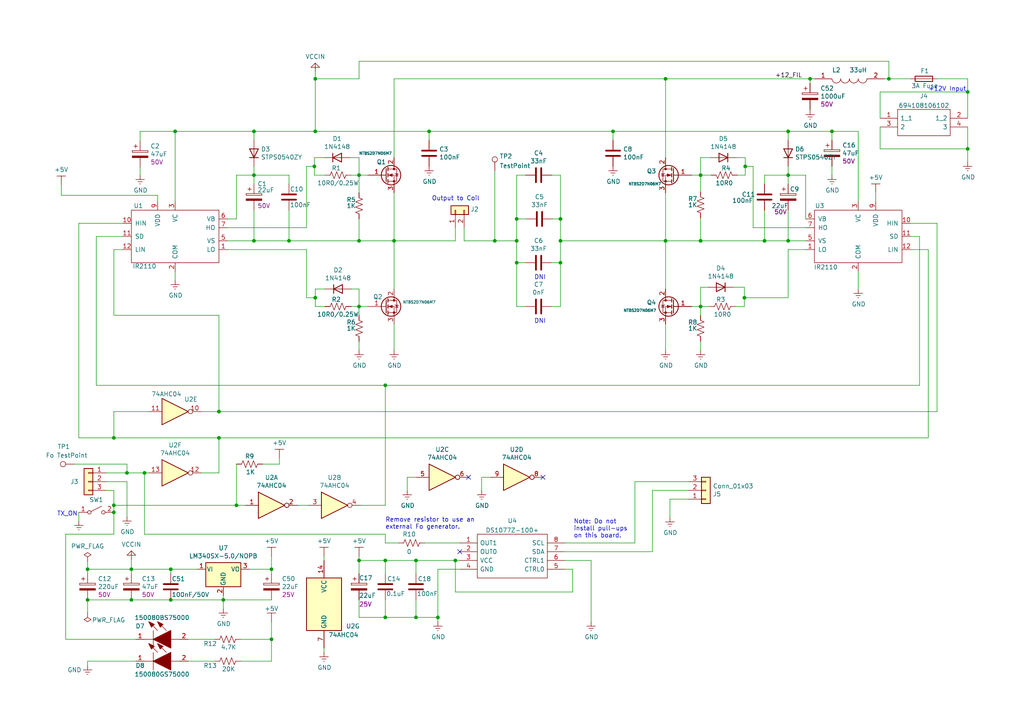
<source format=kicad_sch>
(kicad_sch (version 20211123) (generator eeschema)
  (paper "A4")
  (title_block (title "Onda Tx Board") (date "2022-10-03") (rev "3a") (company "Onda Corporation"))
  (junction (at 111.76 111.76))
  (junction (at 83.82 69.85))
  (junction (at 257.81 22.86))
  (junction (at 49.53 165.1))
  (junction (at 68.58 146.558))
  (junction (at 33.02 127))
  (junction (at 215.9 86.36))
  (junction (at 73.66 69.85))
  (junction (at 124.46 38.1))
  (junction (at 280.67 43.18))
  (junction (at 228.6 50.8))
  (junction (at 149.86 63.5))
  (junction (at 203.2 88.9))
  (junction (at 241.3 38.1))
  (junction (at 91.44 38.1))
  (junction (at 91.44 22.86))
  (junction (at 78.74 185.42))
  (junction (at 162.56 69.85))
  (junction (at 280.67 26.67))
  (junction (at 33.02 148.59))
  (junction (at 41.91 137.16))
  (junction (at 177.8 38.1))
  (junction (at 64.77 173.99))
  (junction (at 132.08 162.56))
  (junction (at 104.14 162.56))
  (junction (at 228.6 69.85))
  (junction (at 50.8 38.1))
  (junction (at 36.83 137.16))
  (junction (at 149.86 76.2))
  (junction (at 38.1 165.1))
  (junction (at 203.2 50.8))
  (junction (at 78.74 165.1))
  (junction (at 114.3 69.85))
  (junction (at 73.66 38.1))
  (junction (at 63.5 119.38))
  (junction (at 193.04 22.86))
  (junction (at 33.02 146.558))
  (junction (at 111.76 179.07))
  (junction (at 193.04 69.85))
  (junction (at 228.6 38.1))
  (junction (at 221.742 69.85))
  (junction (at 111.76 162.56))
  (junction (at 104.14 69.85))
  (junction (at 104.14 50.8))
  (junction (at 203.2 69.85))
  (junction (at 120.65 179.07))
  (junction (at 120.65 162.56))
  (junction (at 38.1 173.99))
  (junction (at 127 179.07))
  (junction (at 25.4 173.99))
  (junction (at 73.66 50.8))
  (junction (at 91.186 48.26))
  (junction (at 25.4 165.1))
  (junction (at 216.154 48.26))
  (junction (at 63.5 127))
  (junction (at 91.44 86.36))
  (junction (at 143.51 69.85))
  (junction (at 162.56 63.5))
  (junction (at 162.56 76.2))
  (junction (at 234.95 22.86))
  (junction (at 49.53 173.99))
  (junction (at 149.86 69.85))
  (junction (at 104.14 88.9))
  (no_connect (at 133.35 160.02))
  (no_connect (at 157.48 138.43))
  (no_connect (at 135.89 138.43))
  (wire (pts (xy 104.14 17.78) (xy 257.81 17.78)))
  (wire (pts (xy 200.66 88.9) (xy 203.2 88.9)))
  (wire (pts (xy 203.2 50.8) (xy 206.248 50.8)))
  (wire (pts (xy 233.68 50.8) (xy 233.68 63.5)))
  (wire (pts (xy 68.58 50.8) (xy 73.66 50.8)))
  (wire (pts (xy 22.86 64.77) (xy 22.86 127)))
  (wire (pts (xy 193.04 22.86) (xy 193.04 45.72)))
  (wire (pts (xy 49.53 165.1) (xy 49.53 166.37)))
  (wire (pts (xy 93.98 161.29) (xy 93.98 162.56)))
  (wire (pts (xy 212.852 83.312) (xy 215.9 83.312)))
  (wire (pts (xy 162.56 69.85) (xy 193.04 69.85)))
  (wire (pts (xy 73.66 38.1) (xy 91.44 38.1)))
  (wire (pts (xy 91.186 48.26) (xy 91.186 50.8)))
  (wire (pts (xy 111.76 157.48) (xy 111.76 154.94)))
  (wire (pts (xy 114.3 22.86) (xy 193.04 22.86)))
  (wire (pts (xy 111.76 146.558) (xy 104.648 146.558)))
  (wire (pts (xy 41.91 137.16) (xy 41.91 154.94)))
  (wire (pts (xy 38.1 166.37) (xy 38.1 165.1)))
  (wire (pts (xy 25.4 173.99) (xy 38.1 173.99)))
  (wire (pts (xy 35.56 64.77) (xy 22.86 64.77)))
  (wire (pts (xy 38.1 173.99) (xy 49.53 173.99)))
  (wire (pts (xy 91.44 86.36) (xy 91.44 88.9)))
  (wire (pts (xy 189.23 142.24) (xy 199.644 142.24)))
  (wire (pts (xy 30.734 142.24) (xy 33.02 142.24)))
  (wire (pts (xy 91.44 22.86) (xy 91.44 38.1)))
  (wire (pts (xy 83.82 50.8) (xy 83.82 53.34)))
  (wire (pts (xy 269.24 72.39) (xy 264.16 72.39)))
  (wire (pts (xy 203.2 69.85) (xy 221.742 69.85)))
  (wire (pts (xy 73.66 40.64) (xy 73.66 38.1)))
  (wire (pts (xy 120.65 162.56) (xy 120.65 166.37)))
  (wire (pts (xy 216.154 50.8) (xy 213.868 50.8)))
  (wire (pts (xy 63.5 137.16) (xy 63.5 127)))
  (wire (pts (xy 69.85 185.42) (xy 78.74 185.42)))
  (wire (pts (xy 218.44 48.26) (xy 216.154 48.26)))
  (wire (pts (xy 25.4 165.1) (xy 25.4 162.814)))
  (wire (pts (xy 228.6 48.26) (xy 228.6 50.8)))
  (wire (pts (xy 35.56 72.39) (xy 33.02 72.39)))
  (wire (pts (xy 132.08 162.56) (xy 133.35 162.56)))
  (wire (pts (xy 193.04 55.88) (xy 193.04 69.85)))
  (wire (pts (xy 41.91 137.16) (xy 43.18 137.16)))
  (wire (pts (xy 266.7 68.58) (xy 266.7 111.76)))
  (wire (pts (xy 205.994 45.72) (xy 203.2 45.72)))
  (wire (pts (xy 152.4 50.8) (xy 149.86 50.8)))
  (wire (pts (xy 104.14 99.06) (xy 104.14 101.6)))
  (wire (pts (xy 33.02 142.24) (xy 33.02 146.558)))
  (wire (pts (xy 271.78 22.86) (xy 280.67 22.86)))
  (wire (pts (xy 193.04 93.98) (xy 193.04 101.6)))
  (wire (pts (xy 132.08 171.704) (xy 166.116 171.704)))
  (wire (pts (xy 254 55.88) (xy 254 58.42)))
  (wire (pts (xy 184.15 139.7) (xy 199.644 139.7)))
  (wire (pts (xy 39.37 185.42) (xy 19.05 185.42)))
  (wire (pts (xy 91.44 20.828) (xy 91.44 22.86)))
  (wire (pts (xy 134.62 66.04) (xy 134.62 69.85)))
  (wire (pts (xy 45.72 56.642) (xy 17.78 56.642)))
  (wire (pts (xy 41.91 154.94) (xy 111.76 154.94)))
  (wire (pts (xy 228.6 86.36) (xy 228.6 72.39)))
  (wire (pts (xy 127 165.1) (xy 133.35 165.1)))
  (wire (pts (xy 101.854 88.9) (xy 104.14 88.9)))
  (wire (pts (xy 64.77 172.72) (xy 64.77 173.99)))
  (wire (pts (xy 68.58 63.5) (xy 68.58 50.8)))
  (wire (pts (xy 160.02 50.8) (xy 162.56 50.8)))
  (wire (pts (xy 256.54 22.86) (xy 257.81 22.86)))
  (wire (pts (xy 27.94 68.58) (xy 27.94 111.76)))
  (wire (pts (xy 269.24 72.39) (xy 269.24 127)))
  (wire (pts (xy 22.86 148.59) (xy 22.86 151.13)))
  (wire (pts (xy 218.44 66.04) (xy 233.68 66.04)))
  (wire (pts (xy 216.154 48.26) (xy 216.154 50.8)))
  (wire (pts (xy 63.5 127) (xy 33.02 127)))
  (wire (pts (xy 111.76 111.76) (xy 266.7 111.76)))
  (wire (pts (xy 163.83 165.1) (xy 166.116 165.1)))
  (wire (pts (xy 93.98 45.72) (xy 91.186 45.72)))
  (wire (pts (xy 91.186 50.8) (xy 94.234 50.8)))
  (wire (pts (xy 203.2 69.85) (xy 193.04 69.85)))
  (wire (pts (xy 203.2 63.246) (xy 203.2 69.85)))
  (wire (pts (xy 143.51 69.85) (xy 149.86 69.85)))
  (wire (pts (xy 162.56 76.2) (xy 162.56 88.9)))
  (wire (pts (xy 203.2 88.9) (xy 203.2 91.44)))
  (wire (pts (xy 91.44 88.9) (xy 94.234 88.9)))
  (wire (pts (xy 280.67 43.18) (xy 280.67 46.99)))
  (wire (pts (xy 228.6 38.1) (xy 241.3 38.1)))
  (wire (pts (xy 73.66 60.96) (xy 73.66 69.85)))
  (wire (pts (xy 111.76 179.07) (xy 120.65 179.07)))
  (wire (pts (xy 104.14 50.8) (xy 104.14 55.88)))
  (wire (pts (xy 143.51 49.53) (xy 143.51 69.85)))
  (wire (pts (xy 54.61 185.42) (xy 62.23 185.42)))
  (wire (pts (xy 264.16 68.58) (xy 266.7 68.58)))
  (wire (pts (xy 64.77 173.99) (xy 78.74 173.99)))
  (wire (pts (xy 149.86 63.5) (xy 149.86 69.85)))
  (wire (pts (xy 203.2 88.9) (xy 203.2 83.312)))
  (wire (pts (xy 45.72 58.42) (xy 45.72 56.642)))
  (wire (pts (xy 123.19 157.48) (xy 133.35 157.48)))
  (wire (pts (xy 63.5 119.38) (xy 63.5 91.44)))
  (wire (pts (xy 104.14 162.56) (xy 104.14 166.37)))
  (wire (pts (xy 248.92 38.1) (xy 248.92 58.42)))
  (wire (pts (xy 124.46 40.64) (xy 124.46 38.1)))
  (wire (pts (xy 255.27 34.29) (xy 255.27 26.67)))
  (wire (pts (xy 234.95 22.86) (xy 236.22 22.86)))
  (wire (pts (xy 228.6 72.39) (xy 233.68 72.39)))
  (wire (pts (xy 36.83 134.62) (xy 36.83 137.16)))
  (wire (pts (xy 215.9 83.312) (xy 215.9 86.36)))
  (wire (pts (xy 271.78 64.77) (xy 264.16 64.77)))
  (wire (pts (xy 50.8 78.74) (xy 50.8 81.28)))
  (wire (pts (xy 64.77 173.99) (xy 64.77 176.53)))
  (wire (pts (xy 66.04 66.04) (xy 88.9 66.04)))
  (wire (pts (xy 104.14 17.78) (xy 104.14 22.86)))
  (wire (pts (xy 19.05 185.42) (xy 19.05 154.94)))
  (wire (pts (xy 33.02 91.44) (xy 63.5 91.44)))
  (wire (pts (xy 162.56 88.9) (xy 160.02 88.9)))
  (wire (pts (xy 193.04 22.86) (xy 234.95 22.86)))
  (wire (pts (xy 241.3 48.26) (xy 241.3 50.8)))
  (wire (pts (xy 184.15 157.48) (xy 184.15 139.7)))
  (wire (pts (xy 203.2 83.312) (xy 205.232 83.312)))
  (wire (pts (xy 73.66 48.26) (xy 73.66 50.8)))
  (wire (pts (xy 111.76 162.56) (xy 104.14 162.56)))
  (wire (pts (xy 50.8 38.1) (xy 50.8 58.42)))
  (wire (pts (xy 38.1 165.1) (xy 38.1 162.306)))
  (wire (pts (xy 40.64 38.1) (xy 40.64 40.894)))
  (wire (pts (xy 111.76 162.56) (xy 111.76 166.37)))
  (wire (pts (xy 216.154 45.72) (xy 216.154 48.26)))
  (wire (pts (xy 50.8 38.1) (xy 73.66 38.1)))
  (wire (pts (xy 38.1 165.1) (xy 49.53 165.1)))
  (wire (pts (xy 200.66 50.8) (xy 203.2 50.8)))
  (wire (pts (xy 120.65 162.56) (xy 132.08 162.56)))
  (wire (pts (xy 54.61 191.77) (xy 62.23 191.77)))
  (wire (pts (xy 68.58 134.62) (xy 68.58 146.558)))
  (wire (pts (xy 228.6 50.8) (xy 221.742 50.8)))
  (wire (pts (xy 88.9 48.26) (xy 91.186 48.26)))
  (wire (pts (xy 39.37 191.77) (xy 25.4 191.77)))
  (wire (pts (xy 163.83 160.02) (xy 189.23 160.02)))
  (wire (pts (xy 228.6 40.64) (xy 228.6 38.1)))
  (wire (pts (xy 149.86 69.85) (xy 149.86 76.2)))
  (wire (pts (xy 78.74 165.1) (xy 78.74 166.37)))
  (wire (pts (xy 120.65 179.07) (xy 127 179.07)))
  (wire (pts (xy 257.81 22.86) (xy 264.16 22.86)))
  (wire (pts (xy 203.2 88.9) (xy 205.74 88.9)))
  (wire (pts (xy 171.45 162.56) (xy 171.45 180.34)))
  (wire (pts (xy 280.67 26.67) (xy 280.67 22.86)))
  (wire (pts (xy 27.94 111.76) (xy 111.76 111.76)))
  (wire (pts (xy 66.04 63.5) (xy 68.58 63.5)))
  (wire (pts (xy 104.14 88.9) (xy 106.68 88.9)))
  (wire (pts (xy 218.44 66.04) (xy 218.44 48.26)))
  (wire (pts (xy 114.3 22.86) (xy 114.3 45.72)))
  (wire (pts (xy 101.854 83.82) (xy 104.14 83.82)))
  (wire (pts (xy 124.46 38.1) (xy 177.8 38.1)))
  (wire (pts (xy 30.734 137.16) (xy 36.83 137.16)))
  (wire (pts (xy 228.6 50.8) (xy 233.68 50.8)))
  (wire (pts (xy 33.02 148.59) (xy 33.02 146.558)))
  (wire (pts (xy 25.4 165.1) (xy 38.1 165.1)))
  (wire (pts (xy 132.08 66.04) (xy 132.08 69.85)))
  (wire (pts (xy 193.04 69.85) (xy 193.04 83.82)))
  (wire (pts (xy 104.14 50.8) (xy 101.854 50.8)))
  (wire (pts (xy 91.44 38.1) (xy 124.46 38.1)))
  (wire (pts (xy 114.3 69.85) (xy 114.3 83.82)))
  (wire (pts (xy 101.6 45.72) (xy 104.14 45.72)))
  (wire (pts (xy 255.27 43.18) (xy 280.67 43.18)))
  (wire (pts (xy 163.83 157.48) (xy 184.15 157.48)))
  (wire (pts (xy 66.04 69.85) (xy 73.66 69.85)))
  (wire (pts (xy 132.08 162.56) (xy 132.08 171.704)))
  (wire (pts (xy 149.86 76.2) (xy 149.86 88.9)))
  (wire (pts (xy 91.44 83.82) (xy 91.44 86.36)))
  (wire (pts (xy 78.74 165.1) (xy 78.74 161.29)))
  (wire (pts (xy 40.64 48.514) (xy 40.64 50.8)))
  (wire (pts (xy 36.83 137.16) (xy 41.91 137.16)))
  (wire (pts (xy 111.76 157.48) (xy 115.57 157.48)))
  (wire (pts (xy 241.3 38.1) (xy 248.92 38.1)))
  (wire (pts (xy 104.14 173.99) (xy 104.14 179.07)))
  (wire (pts (xy 177.8 38.1) (xy 177.8 40.64)))
  (wire (pts (xy 127 165.1) (xy 127 179.07)))
  (wire (pts (xy 221.742 60.96) (xy 221.742 69.85)))
  (wire (pts (xy 72.39 165.1) (xy 78.74 165.1)))
  (wire (pts (xy 111.76 173.99) (xy 111.76 179.07)))
  (wire (pts (xy 166.116 171.704) (xy 166.116 165.1)))
  (wire (pts (xy 49.53 165.1) (xy 57.15 165.1)))
  (wire (pts (xy 78.74 185.42) (xy 78.74 191.77)))
  (wire (pts (xy 228.6 69.85) (xy 233.68 69.85)))
  (wire (pts (xy 162.56 50.8) (xy 162.56 63.5)))
  (wire (pts (xy 88.9 48.26) (xy 88.9 66.04)))
  (wire (pts (xy 194.31 144.78) (xy 199.644 144.78)))
  (wire (pts (xy 58.42 137.16) (xy 63.5 137.16)))
  (wire (pts (xy 228.6 50.8) (xy 228.6 53.34)))
  (wire (pts (xy 241.3 40.64) (xy 241.3 38.1)))
  (wire (pts (xy 234.95 24.13) (xy 234.95 22.86)))
  (wire (pts (xy 104.14 45.72) (xy 104.14 50.8)))
  (wire (pts (xy 33.02 127) (xy 22.86 127)))
  (wire (pts (xy 257.81 22.86) (xy 257.81 17.78)))
  (wire (pts (xy 91.186 45.72) (xy 91.186 48.26)))
  (wire (pts (xy 25.4 173.99) (xy 25.4 177.8)))
  (wire (pts (xy 271.78 119.38) (xy 271.78 64.77)))
  (wire (pts (xy 83.82 69.85) (xy 104.14 69.85)))
  (wire (pts (xy 63.5 119.38) (xy 271.78 119.38)))
  (wire (pts (xy 163.83 162.56) (xy 171.45 162.56)))
  (wire (pts (xy 118.11 138.43) (xy 118.11 142.24)))
  (wire (pts (xy 142.24 138.43) (xy 139.7 138.43)))
  (wire (pts (xy 73.66 50.8) (xy 73.66 53.34)))
  (wire (pts (xy 36.83 139.7) (xy 36.83 149.86)))
  (wire (pts (xy 203.2 99.06) (xy 203.2 101.6)))
  (wire (pts (xy 114.3 69.85) (xy 132.08 69.85)))
  (wire (pts (xy 255.27 26.67) (xy 280.67 26.67)))
  (wire (pts (xy 160.274 63.5) (xy 162.56 63.5)))
  (wire (pts (xy 91.44 22.86) (xy 104.14 22.86)))
  (wire (pts (xy 43.18 119.38) (xy 33.02 119.38)))
  (wire (pts (xy 21.59 134.62) (xy 36.83 134.62)))
  (wire (pts (xy 149.86 88.9) (xy 152.4 88.9)))
  (wire (pts (xy 33.02 127) (xy 33.02 119.38)))
  (wire (pts (xy 86.36 146.558) (xy 89.408 146.558)))
  (wire (pts (xy 25.4 166.37) (xy 25.4 165.1)))
  (wire (pts (xy 248.92 78.74) (xy 248.92 83.82)))
  (wire (pts (xy 66.04 72.39) (xy 88.9 72.39)))
  (wire (pts (xy 104.14 50.8) (xy 106.68 50.8)))
  (wire (pts (xy 68.58 146.558) (xy 71.12 146.558)))
  (wire (pts (xy 149.86 76.2) (xy 152.4 76.2)))
  (wire (pts (xy 215.9 86.36) (xy 228.6 86.36)))
  (wire (pts (xy 88.9 86.36) (xy 91.44 86.36)))
  (wire (pts (xy 120.65 138.43) (xy 118.11 138.43)))
  (wire (pts (xy 114.3 93.98) (xy 114.3 101.6)))
  (wire (pts (xy 194.31 144.78) (xy 194.31 150.114)))
  (wire (pts (xy 221.742 69.85) (xy 228.6 69.85)))
  (wire (pts (xy 139.7 138.43) (xy 139.7 142.24)))
  (wire (pts (xy 162.56 69.85) (xy 162.56 76.2)))
  (wire (pts (xy 104.14 161.29) (xy 104.14 162.56)))
  (wire (pts (xy 63.5 127) (xy 269.24 127)))
  (wire (pts (xy 134.62 69.85) (xy 143.51 69.85)))
  (wire (pts (xy 33.02 154.94) (xy 19.05 154.94)))
  (wire (pts (xy 104.14 69.85) (xy 114.3 69.85)))
  (wire (pts (xy 189.23 142.24) (xy 189.23 160.02)))
  (wire (pts (xy 127 180.34) (xy 127 179.07)))
  (wire (pts (xy 111.76 111.76) (xy 111.76 146.558)))
  (wire (pts (xy 120.65 173.99) (xy 120.65 179.07)))
  (wire (pts (xy 215.9 88.9) (xy 213.36 88.9)))
  (wire (pts (xy 280.67 43.18) (xy 280.67 36.83)))
  (wire (pts (xy 25.4 191.77) (xy 25.4 193.04)))
  (wire (pts (xy 78.74 191.77) (xy 69.85 191.77)))
  (wire (pts (xy 33.02 148.59) (xy 33.02 154.94)))
  (wire (pts (xy 280.67 34.29) (xy 280.67 26.67)))
  (wire (pts (xy 104.14 88.9) (xy 104.14 91.44)))
  (wire (pts (xy 203.2 55.626) (xy 203.2 50.8)))
  (wire (pts (xy 73.66 50.8) (xy 83.82 50.8)))
  (wire (pts (xy 114.3 55.88) (xy 114.3 69.85)))
  (wire (pts (xy 35.56 68.58) (xy 27.94 68.58)))
  (wire (pts (xy 152.654 63.5) (xy 149.86 63.5)))
  (wire (pts (xy 30.734 139.7) (xy 36.83 139.7)))
  (wire (pts (xy 33.02 146.558) (xy 68.58 146.558)))
  (wire (pts (xy 76.2 134.62) (xy 81.026 134.62)))
  (wire (pts (xy 162.56 76.2) (xy 160.02 76.2)))
  (wire (pts (xy 221.742 50.8) (xy 221.742 53.34)))
  (wire (pts (xy 177.8 38.1) (xy 228.6 38.1)))
  (wire (pts (xy 203.2 45.72) (xy 203.2 50.8)))
  (wire (pts (xy 104.14 63.5) (xy 104.14 69.85)))
  (wire (pts (xy 104.14 83.82) (xy 104.14 88.9)))
  (wire (pts (xy 228.6 69.85) (xy 228.6 60.96)))
  (wire (pts (xy 234.95 31.75) (xy 234.95 32.004)))
  (wire (pts (xy 49.53 173.99) (xy 64.77 173.99)))
  (wire (pts (xy 215.9 86.36) (xy 215.9 88.9)))
  (wire (pts (xy 50.8 38.1) (xy 40.64 38.1)))
  (wire (pts (xy 17.78 56.642) (xy 17.78 53.594)))
  (wire (pts (xy 93.98 187.96) (xy 93.98 189.23)))
  (wire (pts (xy 81.026 134.62) (xy 81.026 132.842)))
  (wire (pts (xy 162.56 63.5) (xy 162.56 69.85)))
  (wire (pts (xy 255.27 36.83) (xy 255.27 43.18)))
  (wire (pts (xy 78.74 180.34) (xy 78.74 185.42)))
  (wire (pts (xy 213.614 45.72) (xy 216.154 45.72)))
  (wire (pts (xy 73.66 69.85) (xy 83.82 69.85)))
  (wire (pts (xy 149.86 50.8) (xy 149.86 63.5)))
  (wire (pts (xy 83.82 60.96) (xy 83.82 69.85)))
  (wire (pts (xy 58.42 119.38) (xy 63.5 119.38)))
  (wire (pts (xy 94.234 83.82) (xy 91.44 83.82)))
  (wire (pts (xy 33.02 72.39) (xy 33.02 91.44)))
  (wire (pts (xy 88.9 72.39) (xy 88.9 86.36)))
  (wire (pts (xy 120.65 162.56) (xy 111.76 162.56)))
  (wire (pts (xy 104.14 179.07) (xy 111.76 179.07)))
  (text "DNI" (at 154.94 81.28 0) (effects (font (size 1.27 1.27)) (justify left bottom)))
  (text "DNI" (at 154.94 93.98 0) (effects (font (size 1.27 1.27)) (justify left bottom)))
  (text "Output to Coil" (at 125.222 58.42 0) (effects (font (size 1.27 1.27)) (justify left bottom)))
  (text "TX_ON" (at 16.51 149.86 0) (effects (font (size 1.27 1.27)) (justify left bottom)))
  (text "Remove resistor to use an  \nexternal Fo generator." (at 111.76 153.67 0) (effects (font (size 1.27 1.27)) (justify left bottom)))
  (text "Note: Do not \ninstall pull-ups \non this board." (at 166.37 156.21 0) (effects (font (size 1.27 1.27)) (justify left bottom)))
  (text "+12V Input" (at 269.24 26.67 0) (effects (font (size 1.27 1.27)) (justify left bottom)))
  (label "+12_FIL" (at 224.79 22.86 0))
  (symbol (lib_id "Onda:Q_NMOS_GDS") (at 111.76 50.8 0) (unit 1)
    (property "Reference" "Q1" (at 109.22 46.99 0) (effects (justify left)))
    (property "Value" "NTBS2D7N06M7" (at 104.14 44.45 0) (effects (font (size 0.8 0.8)) (justify left)))
    (property "Footprint" "Package_TO_SOT_SMD:TO-263-2" (effects hide))
    (property "Datasheet" "https://www.mouser.com/datasheet/2/308/NTBS2D7N06M7_D-1814001.pdf" (effects hide))
  )
  (symbol (lib_id "Onda:Q_NMOS_GDS") (at 111.76 88.9 0) (unit 1)
    (property "Reference" "Q2" (at 108.204 86.106 0) (effects (justify left)))
    (property "Value" "NTBS2D7N06M7" (at 116.84 87.63 0) (effects (font (size 0.8 0.8)) (justify left)))
    (property "Footprint" "Package_TO_SOT_SMD:TO-263-2" (effects hide))
    (property "Datasheet" "https://www.mouser.com/datasheet/2/308/NTBS2D7N06M7_D-1814001.pdf" (effects hide))
  )
  (symbol (lib_id "Onda:Q_NMOS_GDS") (at 195.58 50.8 0) (mirror y) (unit 1)
    (property "Reference" "Q3" (at 190.3476 49.6316 0) (effects (justify left)))
    (property "Value" "NTBS2D7N06M7" (at 191.77 53.34 0) (effects (font (size 0.8 0.8)) (justify left)))
    (property "Footprint" "Package_TO_SOT_SMD:TO-263-2" (effects hide))
    (property "Datasheet" "https://www.mouser.com/datasheet/2/308/NTBS2D7N06M7_D-1814001.pdf" (effects hide))
  )
  (symbol (lib_id "Onda:Q_NMOS_GDS") (at 195.58 88.9 0) (mirror y) (unit 1)
    (property "Reference" "Q4" (at 190.3476 87.7316 0) (effects (justify left)))
    (property "Value" "NTBS2D7N06M7" (at 190.3476 90.043 0) (effects (font (size 0.8 0.8)) (justify left)))
    (property "Footprint" "Package_TO_SOT_SMD:TO-263-2" (effects hide))
    (property "Datasheet" "https://www.mouser.com/datasheet/2/308/NTBS2D7N06M7_D-1814001.pdf" (effects hide))
  )
  (symbol (lib_id "Onda:IR2110") (at 50.8 68.58 0) (unit 1)
    (property "Reference" "U1" (at 40.132 59.69 0))
    (property "Value" "IR2110" (at 41.91 77.216 0))
    (property "Footprint" "Package_DIP:DIP-14_W7.62mm" (effects hide))
    (property "Datasheet" "https://www.mouser.com/datasheet/2/196/Infineon_IR2110_DataSheet_v01_00_EN-1731327.pdf" (effects hide))
  )
  (symbol (lib_id "Diode:1N4007") (at 73.66 44.45 90) (unit 1)
    (property "Reference" "D3" (at 75.6666 43.2816 90) (effects (justify right)))
    (property "Value" "STPS0540ZY" (at 75.6666 45.593 90) (effects (justify right)))
    (property "Footprint" "Diode_THT:D_DO-41_SOD81_P10.16mm_Horizontal" (effects hide))
    (property "Datasheet" "http://www.vishay.com/docs/88503/1n4001.pdf" (effects hide))
  )
  (symbol (lib_id "Onda:IR2110") (at 248.92 68.58 0) (mirror y) (unit 1)
    (property "Reference" "U3" (at 237.744 59.69 0))
    (property "Value" "IR2110" (at 239.522 77.47 0))
    (property "Footprint" "Package_DIP:DIP-14_W7.62mm" (effects hide))
    (property "Datasheet" "https://www.mouser.com/datasheet/2/196/Infineon_IR2110_DataSheet_v01_00_EN-1731327.pdf" (effects hide))
  )
  (symbol (lib_id "Diode:1N4007") (at 228.6 44.45 90) (unit 1)
    (property "Reference" "D6" (at 230.6066 43.2816 90) (effects (justify right)))
    (property "Value" "STPS0540ZY" (at 230.6066 45.593 90) (effects (justify right)))
    (property "Footprint" "Diode_THT:D_DO-41_SOD81_P10.16mm_Horizontal" (effects hide))
    (property "Datasheet" "http://www.vishay.com/docs/88503/1n4001.pdf" (effects hide))
  )
  (symbol (lib_id "Diode:1N4148") (at 97.79 45.72 0) (unit 1)
    (property "Reference" "D1" (at 97.79 40.2336 0))
    (property "Value" "1N4148" (at 97.79 42.545 0))
    (property "Footprint" "Diode_THT:D_DO-35_SOD27_P7.62mm_Horizontal" (effects hide))
    (property "Datasheet" "https://assets.nexperia.com/documents/data-sheet/1N4148_1N4448.pdf" (effects hide))
  )
  (symbol (lib_id "Diode:1N4148") (at 209.042 83.312 0) (mirror y) (unit 1)
    (property "Reference" "D4" (at 209.042 77.8256 0))
    (property "Value" "1N4148" (at 209.042 80.137 0))
    (property "Footprint" "Diode_THT:D_DO-35_SOD27_P7.62mm_Horizontal" (effects hide))
    (property "Datasheet" "https://assets.nexperia.com/documents/data-sheet/1N4148_1N4448.pdf" (effects hide))
  )
  (symbol (lib_id "Device:C_Polarized") (at 73.66 57.15 0) (unit 1)
    (property "Reference" "C1" (at 74.676 53.34 0) (effects (justify left)))
    (property "Value" "22uF" (at 74.676 55.118 0) (effects (justify left)))
    (property "Footprint" "Capacitor_THT:CP_Radial_D5.0mm_P2.50mm" (effects hide))
    (property "Voltage" "50V" (at 74.676 59.69 0) (effects (justify left)))
  )
  (symbol (lib_id "Device:C_Polarized") (at 228.6 57.15 0) (unit 1)
    (property "Reference" "C9" (at 229.108 54.864 0) (effects (justify left)))
    (property "Value" "22uF" (at 223.774 59.69 0) (effects (justify left)))
    (property "Footprint" "Capacitor_THT:CP_Radial_D5.0mm_P2.50mm" (effects hide))
    (property "Voltage" "50V" (at 224.536 61.468 0) (effects (justify left)))
  )
  (symbol (lib_id "Device:R_US") (at 98.044 50.8 90) (unit 1)
    (property "Reference" "R1" (at 97.536 48.768 90))
    (property "Value" "10R0/0.25W" (at 98.044 53.086 90))
    (property "Footprint" "Resistor_SMD:R_0805_2012Metric" (effects hide))
  )
  (symbol (lib_id "Device:R_US") (at 209.55 88.9 90) (unit 1)
    (property "Reference" "R3" (at 209.042 86.868 90))
    (property "Value" "10R0" (at 209.55 91.186 90))
    (property "Footprint" "Resistor_SMD:R_0805_2012Metric" (effects hide))
  )
  (symbol (lib_id "74xx:74AHC04") (at 50.8 119.38 0) (unit 5)
    (property "Reference" "U2" (at 55.372 115.824 0))
    (property "Value" "74AHC04" (at 48.26 114.3 0))
    (property "Footprint" "Package_DIP:DIP-14_W7.62mm" (effects hide))
    (property "Datasheet" "https://assets.nexperia.com/documents/data-sheet/74AHC_AHCT04.pdf" (effects hide))
  )
  (symbol (lib_id "74xx:74AHC04") (at 50.8 137.16 0) (unit 6)
    (property "Reference" "U2" (at 50.8 129.1082 0))
    (property "Value" "74AHC04" (at 50.8 131.4196 0))
    (property "Footprint" "Package_DIP:DIP-14_W7.62mm" (effects hide))
    (property "Datasheet" "https://assets.nexperia.com/documents/data-sheet/74AHC_AHCT04.pdf" (effects hide))
  )
  (symbol (lib_id "Onda_pwr:GND") (at 50.8 81.28 0) (unit 1)
    (property "Reference" "#PWR03" (effects hide))
    (property "Value" "GND" (at 50.927 85.6742 0))
  )
  (symbol (lib_id "Diode:1N4148") (at 98.044 83.82 0) (unit 1)
    (property "Reference" "D2" (at 98.044 78.3336 0))
    (property "Value" "1N4148" (at 98.044 80.645 0))
    (property "Footprint" "Diode_THT:D_DO-35_SOD27_P7.62mm_Horizontal" (effects hide))
    (property "Datasheet" "https://assets.nexperia.com/documents/data-sheet/1N4148_1N4448.pdf" (effects hide))
  )
  (symbol (lib_id "Device:R_US") (at 98.044 88.9 90) (unit 1)
    (property "Reference" "R2" (at 97.536 86.868 90))
    (property "Value" "10R0/0.25W" (at 98.044 91.186 90))
    (property "Footprint" "Resistor_SMD:R_0805_2012Metric" (effects hide))
  )
  (symbol (lib_id "Onda_pwr:GND") (at 114.3 101.6 0) (unit 1)
    (property "Reference" "#PWR05" (effects hide))
    (property "Value" "GND" (at 114.427 105.9942 0))
  )
  (symbol (lib_id "Device:C") (at 156.21 76.2 90) (unit 1)
    (property "Reference" "C6" (at 156.21 69.7992 90))
    (property "Value" "33nF" (at 156.21 72.1106 90))
    (property "Footprint" "Capacitor_SMD:C_1210_3225Metric" (effects hide))
  )
  (symbol (lib_id "Device:C") (at 156.464 63.5 90) (unit 1)
    (property "Reference" "C5" (at 156.464 57.0992 90))
    (property "Value" "33nF" (at 156.464 59.4106 90))
    (property "Footprint" "Capacitor_SMD:C_1210_3225Metric" (effects hide))
  )
  (symbol (lib_id "Device:C") (at 156.21 50.8 90) (unit 1)
    (property "Reference" "C4" (at 156.21 44.3992 90))
    (property "Value" "33nF" (at 156.21 46.7106 90))
    (property "Footprint" "Capacitor_SMD:C_1210_3225Metric" (effects hide))
  )
  (symbol (lib_id "Device:C_Polarized") (at 104.14 170.18 0) (unit 1)
    (property "Reference" "C17" (at 104.14 167.64 0) (effects (justify left)))
    (property "Value" "22uF" (at 104.14 172.72 0) (effects (justify left)))
    (property "Footprint" "Capacitor_THT:CP_Radial_D5.0mm_P2.50mm" (effects hide))
    (property "Voltage" "25V" (at 104.14 175.26 0) (effects (justify left)))
  )
  (symbol (lib_id "Device:C") (at 156.21 88.9 90) (unit 1)
    (property "Reference" "C7" (at 156.21 82.4992 90))
    (property "Value" "0nF" (at 156.21 84.8106 90))
    (property "Footprint" "Capacitor_SMD:C_1210_3225Metric" (effects hide))
  )
  (symbol (lib_id "Diode:1N4148") (at 209.804 45.72 0) (mirror y) (unit 1)
    (property "Reference" "D5" (at 209.804 40.2336 0))
    (property "Value" "1N4148" (at 209.804 42.545 0))
    (property "Footprint" "Diode_THT:D_DO-35_SOD27_P7.62mm_Horizontal" (effects hide))
    (property "Datasheet" "https://assets.nexperia.com/documents/data-sheet/1N4148_1N4448.pdf" (effects hide))
  )
  (symbol (lib_id "Device:R_US") (at 210.058 50.8 270) (mirror x) (unit 1)
    (property "Reference" "R4" (at 210.566 48.768 90))
    (property "Value" "10R0" (at 210.058 53.086 90))
    (property "Footprint" "Resistor_SMD:R_0805_2012Metric" (effects hide))
  )
  (symbol (lib_id "Onda_pwr:VCCIN") (at 91.44 20.828 0) (unit 1)
    (property "Reference" "#PWR04" (effects hide))
    (property "Value" "VCCIN" (at 91.44 16.4338 0))
  )
  (symbol (lib_id "Connector_Generic:Conn_01x02") (at 132.08 60.96 90) (unit 1)
    (property "Reference" "J2" (at 137.668 60.706 90))
    (property "Value" "Conn_01x02" (effects hide))
    (property "Footprint" "Connector_Phoenix_MC_HighVoltage:PhoenixContact_MCV_1,5_2-G-5.08_1x02_P5.08mm_Vertical" (effects hide))
  )
  (symbol (lib_id "Onda_pwr:+5V") (at 17.78 53.594 0) (unit 1)
    (property "Reference" "#PWR016" (effects hide))
    (property "Value" "+5V" (at 17.78 49.1998 0))
  )
  (symbol (lib_id "Device:C") (at 124.46 44.45 0) (unit 1)
    (property "Reference" "C3" (at 127.381 43.2816 0) (effects (justify left)))
    (property "Value" "100nF" (at 127.381 45.593 0) (effects (justify left)))
    (property "Footprint" "Capacitor_SMD:C_0603_1608Metric_Pad1.08x0.95mm_HandSolder" (effects hide))
  )
  (symbol (lib_id "Device:C") (at 177.8 44.45 0) (unit 1)
    (property "Reference" "C8" (at 180.721 43.2816 0) (effects (justify left)))
    (property "Value" "100nF" (at 180.721 45.593 0) (effects (justify left)))
    (property "Footprint" "Capacitor_SMD:C_0603_1608Metric_Pad1.08x0.95mm_HandSolder" (effects hide))
  )
  (symbol (lib_id "Onda_pwr:GND") (at 177.8 48.26 0) (unit 1)
    (property "Reference" "#PWR07" (effects hide))
    (property "Value" "GND" (at 177.927 52.6542 0))
  )
  (symbol (lib_id "Onda_pwr:GND") (at 124.46 48.26 0) (unit 1)
    (property "Reference" "#PWR06" (effects hide))
    (property "Value" "GND" (at 124.587 52.6542 0))
  )
  (symbol (lib_id "Device:C") (at 120.65 170.18 0) (unit 1)
    (property "Reference" "C18" (at 121.158 167.894 0) (effects (justify left)))
    (property "Value" "100nF" (at 120.904 172.212 0) (effects (justify left)))
    (property "Footprint" "Capacitor_SMD:C_0603_1608Metric_Pad1.08x0.95mm_HandSolder" (effects hide))
  )
  (symbol (lib_id "Onda_pwr:+5V") (at 254 55.88 0) (unit 1)
    (property "Reference" "#PWR019" (effects hide))
    (property "Value" "+5V" (at 254 51.4858 0))
  )
  (symbol (lib_id "Onda_pwr:GND") (at 193.04 101.6 0) (unit 1)
    (property "Reference" "#PWR08" (effects hide))
    (property "Value" "GND" (at 193.167 105.9942 0))
  )
  (symbol (lib_id "Device:C") (at 83.82 57.15 0) (unit 1)
    (property "Reference" "C10" (at 84.074 54.864 0) (effects (justify left)))
    (property "Value" "100nF" (at 84.074 59.436 0) (effects (justify left)))
    (property "Footprint" "Capacitor_SMD:C_0603_1608Metric_Pad1.08x0.95mm_HandSolder" (effects hide))
  )
  (symbol (lib_id "Onda_pwr:GND") (at 248.92 83.82 0) (unit 1)
    (property "Reference" "#PWR09" (effects hide))
    (property "Value" "GND" (at 249.047 88.2142 0))
  )
  (symbol (lib_id "Onda_pwr:GND") (at 36.83 149.86 0) (unit 1)
    (property "Reference" "#PWR018" (effects hide))
    (property "Value" "GND" (at 36.957 154.2542 0))
  )
  (symbol (lib_id "Device:C") (at 221.742 57.15 0) (unit 1)
    (property "Reference" "C11" (at 215.138 56.388 0) (effects (justify left)))
    (property "Value" "100nF" (at 212.344 58.166 0) (effects (justify left)))
    (property "Footprint" "Capacitor_SMD:C_0603_1608Metric_Pad1.08x0.95mm_HandSolder" (effects hide))
  )
  (symbol (lib_id "Device:R_US") (at 104.14 59.69 0) (unit 1)
    (property "Reference" "R5" (at 101.854 57.912 0))
    (property "Value" "1K" (at 101.854 59.69 0))
    (property "Footprint" "Resistor_SMD:R_0805_2012Metric" (effects hide))
  )
  (symbol (lib_id "Device:R_US") (at 203.2 59.436 0) (unit 1)
    (property "Reference" "R7" (at 200.914 57.658 0))
    (property "Value" "1K" (at 200.914 59.436 0))
    (property "Footprint" "Resistor_SMD:R_0805_2012Metric" (effects hide))
  )
  (symbol (lib_id "Device:R_US") (at 203.2 95.25 0) (unit 1)
    (property "Reference" "R8" (at 200.914 93.472 0))
    (property "Value" "1K" (at 200.914 95.25 0))
    (property "Footprint" "Resistor_SMD:R_0805_2012Metric" (effects hide))
  )
  (symbol (lib_id "Onda_pwr:GND") (at 203.2 101.6 0) (unit 1)
    (property "Reference" "#PWR012" (effects hide))
    (property "Value" "GND" (at 203.327 105.9942 0))
  )
  (symbol (lib_id "Device:R_US") (at 104.14 95.25 0) (unit 1)
    (property "Reference" "R6" (at 101.854 93.472 0))
    (property "Value" "1K" (at 101.854 95.25 0))
    (property "Footprint" "Resistor_SMD:R_0805_2012Metric" (effects hide))
  )
  (symbol (lib_id "74xx:74AHC04") (at 78.74 146.558 0) (unit 1)
    (property "Reference" "U2" (at 78.74 138.5062 0))
    (property "Value" "74AHC04" (at 78.74 140.8176 0))
    (property "Footprint" "Package_DIP:DIP-14_W7.62mm" (effects hide))
    (property "Datasheet" "https://assets.nexperia.com/documents/data-sheet/74AHC_AHCT04.pdf" (effects hide))
  )
  (symbol (lib_id "Onda_pwr:GND") (at 104.14 101.6 0) (unit 1)
    (property "Reference" "#PWR011" (effects hide))
    (property "Value" "GND" (at 104.267 105.9942 0))
  )
  (symbol (lib_id "74xx:74AHC04") (at 97.028 146.558 0) (unit 2)
    (property "Reference" "U2" (at 97.028 138.5062 0))
    (property "Value" "74AHC04" (at 97.028 140.8176 0))
    (property "Footprint" "Package_DIP:DIP-14_W7.62mm" (effects hide))
    (property "Datasheet" "https://assets.nexperia.com/documents/data-sheet/74AHC_AHCT04.pdf" (effects hide))
  )
  (symbol (lib_id "Device:C_Polarized") (at 25.4 170.18 0) (unit 1)
    (property "Reference" "C12" (at 28.3972 167.8686 0) (effects (justify left)))
    (property "Value" "220uF" (at 28.3972 170.18 0) (effects (justify left)))
    (property "Footprint" "Capacitor_THT:CP_Radial_D10.0mm_P5.00mm" (effects hide))
    (property "Voltage" "50V" (at 28.3972 172.4914 0) (effects (justify left)))
  )
  (symbol (lib_id "power:PWR_FLAG") (at 25.4 162.814 0) (unit 1)
    (property "Reference" "#FLG01" (effects hide))
    (property "Value" "PWR_FLAG" (at 25.4 158.4198 0))
  )
  (symbol (lib_id "Device:C_Polarized") (at 38.1 170.18 0) (unit 1)
    (property "Reference" "C13" (at 41.0972 167.8686 0) (effects (justify left)))
    (property "Value" "47uF" (at 41.0972 170.18 0) (effects (justify left)))
    (property "Footprint" "Capacitor_THT:CP_Radial_D6.3mm_P2.50mm" (effects hide))
    (property "Voltage" "50V" (at 41.0972 172.4914 0) (effects (justify left)))
  )
  (symbol (lib_id "Device:R_US") (at 72.39 134.62 270) (unit 1)
    (property "Reference" "R9" (at 72.39 132.334 90))
    (property "Value" "1K" (at 72.644 136.906 90))
    (property "Footprint" "Resistor_SMD:R_0805_2012Metric" (effects hide))
  )
  (symbol (lib_id "Onda_pwr:GND") (at 64.77 176.53 0) (unit 1)
    (property "Reference" "#PWR013" (effects hide))
    (property "Value" "GND" (at 64.897 180.9242 0))
  )
  (symbol (lib_id "power:PWR_FLAG") (at 25.4 177.8 180) (unit 1)
    (property "Reference" "#FLG02" (effects hide))
    (property "Value" "PWR_FLAG" (at 31.496 179.832 0))
  )
  (symbol (lib_id "Onda_pwr:VCCIN") (at 38.1 162.306 0) (unit 1)
    (property "Reference" "#PWR014" (effects hide))
    (property "Value" "VCCIN" (at 38.1 157.9118 0))
  )
  (symbol (lib_id "Onda_pwr:+5V") (at 81.026 132.842 0) (unit 1)
    (property "Reference" "#PWR01" (effects hide))
    (property "Value" "+5V" (at 81.026 128.4478 0))
  )
  (symbol (lib_id "Device:Fuse") (at 267.97 22.86 270) (unit 1)
    (property "Reference" "F1" (at 268.224 20.574 90))
    (property "Value" "3A Fuse" (at 268.224 24.892 90))
    (property "Footprint" "Fuse:Fuse_1206_3216Metric" (effects hide))
  )
  (symbol (lib_id "Device:C_Polarized") (at 40.64 44.704 0) (unit 1)
    (property "Reference" "C2" (at 43.6372 42.3926 0) (effects (justify left)))
    (property "Value" "47uF" (at 43.6372 44.704 0) (effects (justify left)))
    (property "Footprint" "Capacitor_THT:CP_Radial_D6.3mm_P2.50mm" (effects hide))
    (property "Voltage" "50V" (at 43.6372 47.0154 0) (effects (justify left)))
  )
  (symbol (lib_id "Onda_pwr:GND") (at 40.64 50.8 0) (unit 1)
    (property "Reference" "#PWR02" (effects hide))
    (property "Value" "GND" (at 40.767 55.1942 0))
  )
  (symbol (lib_id "Device:C_Polarized") (at 241.3 44.45 0) (unit 1)
    (property "Reference" "C16" (at 244.2972 42.1386 0) (effects (justify left)))
    (property "Value" "47uF" (at 244.2972 44.45 0) (effects (justify left)))
    (property "Footprint" "Capacitor_THT:CP_Radial_D6.3mm_P2.50mm" (effects hide))
    (property "Voltage" "50V" (at 244.2972 46.7614 0) (effects (justify left)))
  )
  (symbol (lib_id "Onda_pwr:GND") (at 241.3 50.8 0) (unit 1)
    (property "Reference" "#PWR015" (effects hide))
    (property "Value" "GND" (at 241.427 55.1942 0))
  )
  (symbol (lib_id "Device:C") (at 49.53 170.18 0) (unit 1)
    (property "Reference" "C51" (at 49.784 167.894 0) (effects (justify left)))
    (property "Value" "100nF/50V" (at 49.784 172.466 0) (effects (justify left)))
    (property "Footprint" "Capacitor_SMD:C_0603_1608Metric_Pad1.08x0.95mm_HandSolder" (effects hide))
  )
  (symbol (lib_id "Onda_pwr:GND") (at 127 180.34 0) (unit 1)
    (property "Reference" "#PWR025" (effects hide))
    (property "Value" "GND" (at 127.127 184.7342 0))
  )
  (symbol (lib_id "Device:R_US") (at 119.38 157.48 90) (unit 1)
    (property "Reference" "R10" (at 120.65 154.94 90) (effects (justify left)))
    (property "Value" "0" (at 119.38 160.02 90) (effects (justify left)))
    (property "Footprint" "Resistor_SMD:R_0805_2012Metric" (effects hide))
  )
  (symbol (lib_id "Connector_Generic:Conn_01x03") (at 204.724 142.24 0) (mirror x) (unit 1)
    (property "Reference" "J5" (at 206.756 143.3068 0) (effects (justify left)))
    (property "Value" "Conn_01x03" (at 206.756 140.9954 0) (effects (justify left)))
    (property "Footprint" "Connector_Molex:Molex_KK-254_AE-6410-03A_1x03_P2.54mm_Vertical" (effects hide))
  )
  (symbol (lib_id "Onda_pwr:GND") (at 194.31 150.114 0) (unit 1)
    (property "Reference" "#PWR029" (effects hide))
    (property "Value" "GND" (at 194.437 154.5082 0))
  )
  (symbol (lib_id "Onda_pwr:+5V") (at 104.14 161.29 0) (unit 1)
    (property "Reference" "#PWR024" (effects hide))
    (property "Value" "+5V" (at 104.14 156.8958 0))
  )
  (symbol (lib_id "Regulator_Linear:LM7805_TO220") (at 64.77 165.1 0) (unit 1)
    (property "Reference" "U7" (at 64.77 158.9532 0))
    (property "Value" "LM340SX-5.0/NOPB" (at 64.77 161.2646 0))
    (property "Footprint" "Package_TO_SOT_THT:TO-220-3_Vertical" (effects hide))
    (property "Datasheet" "https://www.onsemi.cn/PowerSolutions/document/MC7800-D.PDF" (effects hide))
  )
  (symbol (lib_id "Device:C_Polarized") (at 234.95 27.94 0) (unit 1)
    (property "Reference" "C52" (at 237.9472 25.6286 0) (effects (justify left)))
    (property "Value" "1000uF" (at 237.9472 27.94 0) (effects (justify left)))
    (property "Footprint" "Capacitor_THT:CP_Radial_D13.0mm_P5.00mm" (effects hide))
    (property "Voltage" "50V" (at 237.9472 30.2514 0) (effects (justify left)))
  )
  (symbol (lib_id "Onda_pwr:GND") (at 234.95 32.004 0) (unit 1)
    (property "Reference" "#PWR030" (effects hide))
    (property "Value" "GND" (at 235.077 36.3982 0))
  )
  (symbol (lib_id "Device:C_Polarized") (at 78.74 170.18 0) (unit 1)
    (property "Reference" "C50" (at 81.7372 167.8686 0) (effects (justify left)))
    (property "Value" "22uF" (at 81.7372 170.18 0) (effects (justify left)))
    (property "Footprint" "Capacitor_THT:CP_Radial_D5.0mm_P2.50mm" (effects hide))
    (property "Voltage" "25V" (at 81.7372 172.4914 0) (effects (justify left)))
  )
  (symbol (lib_id "Onda_pwr:+5V") (at 78.74 161.29 0) (unit 1)
    (property "Reference" "#PWR023" (effects hide))
    (property "Value" "+5V" (at 78.74 156.8958 0))
  )
  (symbol (lib_id "Connector_Generic:Conn_01x03") (at 25.654 139.7 0) (mirror y) (unit 1)
    (property "Reference" "J3" (at 21.59 139.7 0))
    (property "Value" "Conn_01x03" (effects hide))
    (property "Footprint" "Connector_Molex:Molex_KK-254_AE-6410-03A_1x03_P2.54mm_Vertical" (effects hide))
  )
  (symbol (lib_id "Switch:SW_SPST") (at 27.94 148.59 0) (unit 1)
    (property "Reference" "SW1" (at 27.94 144.9578 0))
    (property "Value" "SW_SPST" (effects hide))
    (property "Footprint" "Connector_Molex:Molex_KK-254_AE-6410-02A_1x02_P2.54mm_Vertical" (effects hide))
  )
  (symbol (lib_id "Onda_pwr:GND") (at 22.86 151.13 0) (unit 1)
    (property "Reference" "#PWR0101" (effects hide))
    (property "Value" "GND" (effects hide))
  )
  (symbol (lib_id "Onda_pwr:+5V") (at 78.74 180.34 0) (unit 1)
    (property "Reference" "#PWR021" (effects hide))
    (property "Value" "+5V" (at 78.74 176.53 0))
  )
  (symbol (lib_id "Connector:TestPoint") (at 21.59 134.62 90) (unit 1)
    (property "Reference" "TP1" (at 20.32 129.54 90) (effects (justify left)))
    (property "Value" "Fo TestPoint" (at 25.4 132.08 90) (effects (justify left)))
    (property "Footprint" "Connector_PinSocket_2.54mm:PinSocket_1x01_P2.54mm_Vertical" (effects hide))
  )
  (symbol (lib_id "Device:C") (at 111.76 170.18 0) (unit 1)
    (property "Reference" "C14" (at 112.268 167.894 0) (effects (justify left)))
    (property "Value" "0.1uF" (at 112.014 172.212 0) (effects (justify left)))
    (property "Footprint" "Capacitor_SMD:C_0402_1005Metric" (effects hide))
  )
  (symbol (lib_id "SamacSys_Parts:DS1077Z-100+") (at 133.35 157.48 0) (unit 1)
    (property "Reference" "U4" (at 148.59 151.0243 0))
    (property "Value" "DS1077Z-100+" (at 148.59 153.7994 0))
    (property "Footprint" "SOIC127P600X175-8N" (effects hide))
    (property "Description" "Maxim,DS1077Z-100+ DS1077Z-100+, Silicon Oscillator, 8-Pin SOIC" (effects hide))
    (property "Height" "1.75" (effects hide))
    (property "Mouser Part Number" "700-DS1077Z-100" (effects hide))
    (property "Mouser Price/Stock" "https://www.mouser.co.uk/ProductDetail/Maxim-Integrated/DS1077Z-100%2b?qs=1eQvB6Dk1vgFCnG529JKWA%3D%3D" (effects hide))
    (property "Manufacturer_Name" "Maxim Integrated" (effects hide))
    (property "Manufacturer_Part_Number" "DS1077Z-100+" (effects hide))
  )
  (symbol (lib_id "SamacSys_Parts:150080GS75000") (at 39.37 191.77 0) (unit 1)
    (property "Reference" "D8" (at 40.64 193.04 0))
    (property "Value" "150080GS75000" (at 46.99 195.58 0))
    (property "Footprint" "LEDM2012X80N" (effects hide))
    (property "Datasheet" "https://katalog.we-online.com/led/datasheet/150080GS75000.pdf" (effects hide))
    (property "Description" "150080GS75000, Wurth Elektronik WL-SMCW 520 nm Green LED, 2012 (0805) Clear SMD package" (effects hide))
    (property "Height" "0.8" (effects hide))
    (property "Mouser Part Number" "710-150080GS75000" (effects hide))
    (property "Mouser Price/Stock" "https://www.mouser.co.uk/ProductDetail/Wurth-Elektronik/150080GS75000?qs=2kOmHSv6VfQRoTEZVk1mGA%3D%3D" (effects hide))
    (property "Manufacturer_Name" "Wurth Elektronik" (effects hide))
    (property "Manufacturer_Part_Number" "150080GS75000" (effects hide))
  )
  (symbol (lib_id "Onda_pwr:GND") (at 118.11 142.24 0) (unit 1)
    (property "Reference" "#PWR0106" (effects hide))
    (property "Value" "GND" (at 118.237 146.6342 0))
  )
  (symbol (lib_id "SamacSys_Parts:150080GS75000") (at 39.37 185.42 0) (unit 1)
    (property "Reference" "D7" (at 40.64 181.61 0))
    (property "Value" "150080BS75000" (at 46.99 179.1486 0))
    (property "Footprint" "LEDM2012X80N" (effects hide))
    (property "Datasheet" "https://katalog.we-online.com/led/datasheet/150080GS75000.pdf" (effects hide))
    (property "Description" "150080GS75000, Wurth Elektronik WL-SMCW 520 nm Green LED, 2012 (0805) Clear SMD package" (effects hide))
    (property "Height" "0.8" (effects hide))
    (property "Mouser Part Number" "710-150080GS75000" (effects hide))
    (property "Mouser Price/Stock" "https://www.mouser.co.uk/ProductDetail/Wurth-Elektronik/150080GS75000?qs=2kOmHSv6VfQRoTEZVk1mGA%3D%3D" (effects hide))
    (property "Manufacturer_Name" "Wurth Elektronik" (effects hide))
    (property "Manufacturer_Part_Number" "150080GS75000" (effects hide))
  )
  (symbol (lib_id "Device:R_US") (at 66.04 185.42 270) (unit 1)
    (property "Reference" "R12" (at 60.96 186.69 90))
    (property "Value" "4.7K" (at 66.294 187.706 90))
    (property "Footprint" "Resistor_SMD:R_0805_2012Metric" (effects hide))
  )
  (symbol (lib_id "Onda_pwr:GND") (at 93.98 189.23 0) (unit 1)
    (property "Reference" "#PWR0103" (effects hide))
    (property "Value" "GND" (at 94.107 193.6242 0))
  )
  (symbol (lib_id "Onda_pwr:GND") (at 25.4 193.04 0) (unit 1)
    (property "Reference" "#PWR010" (effects hide))
    (property "Value" "GND" (at 21.59 194.31 0))
  )
  (symbol (lib_id "SamacSys_Parts:694108106102") (at 255.27 34.29 0) (unit 1)
    (property "Reference" "J4" (at 267.97 27.8343 0))
    (property "Value" "694108106102" (at 267.97 30.6094 0))
    (property "Footprint" "694108106102" (effects hide))
    (property "Datasheet" "http://katalog.we-online.de/em/datasheet/6941xx106102.pdf" (effects hide))
    (property "Description" "WURTH ELEKTRONIK - 694108106102 - CONNECTOR, POWER ENTRY, JACK, 5A, 24VDC" (effects hide))
    (property "Height" "11" (effects hide))
    (property "Mouser Part Number" "710-694108106102" (effects hide))
    (property "Mouser Price/Stock" "https://www.mouser.co.uk/ProductDetail/Wurth-Elektronik/694108106102?qs=a9WhcLg8qCwOtilTS%252B%2FAyw%3D%3D" (effects hide))
    (property "Manufacturer_Name" "Wurth Elektronik" (effects hide))
    (property "Manufacturer_Part_Number" "694108106102" (effects hide))
  )
  (symbol (lib_id "Onda_pwr:GND") (at 280.67 46.99 0) (unit 1)
    (property "Reference" "#PWR0105" (effects hide))
    (property "Value" "GND" (at 280.797 51.3842 0))
  )
  (symbol (lib_id "SamacSys_Parts:MSS1278-333MLD") (at 236.22 22.86 0) (unit 1)
    (property "Reference" "L2" (at 242.57 20.32 0))
    (property "Value" "33uH" (at 248.92 20.32 0))
    (property "Footprint" "INDPM120120X805N" (effects hide))
    (property "Datasheet" "https://www.coilcraft.com/pdfs/mss1278.pdf" (effects hide))
    (property "Description" "COILCRAFT - MSS1278-333MLD - Power Inductor (SMD), 33 H, 3.1 A, Shielded, 5.22 A, MSS1278 Series, 12.3mm x 12.3mm x 8.05mm" (effects hide))
    (property "Height" "8.05" (effects hide))
    (property "Mouser Part Number" "994-MSS1278-333MLD" (effects hide))
    (property "Mouser Price/Stock" "https://www.mouser.co.uk/ProductDetail/Coilcraft/MSS1278-333MLD?qs=zCSbvcPd3pbln1ZLcloB%252BQ%3D%3D" (effects hide))
    (property "Manufacturer_Name" "COILCRAFT" (effects hide))
    (property "Manufacturer_Part_Number" "MSS1278-333MLD" (effects hide))
  )
  (symbol (lib_id "74xx:74HC04") (at 93.98 175.26 0) (unit 7)
    (property "Reference" "U2" (at 100.33 181.61 0) (effects (justify left)))
    (property "Value" "74AHC04" (at 95.25 184.15 0) (effects (justify left)))
    (property "Datasheet" "https://assets.nexperia.com/documents/data-sheet/74HC_HCT04.pdf" (effects hide))
  )
  (symbol (lib_id "Connector:TestPoint") (at 143.51 49.53 0) (unit 1)
    (property "Reference" "TP2" (at 144.907 45.3195 0) (effects (justify left)))
    (property "Value" "TestPoint" (at 144.907 48.0946 0) (effects (justify left)))
  )
  (symbol (lib_id "Device:R_US") (at 66.04 191.77 270) (unit 1)
    (property "Reference" "R13" (at 60.96 193.04 90))
    (property "Value" "20K" (at 66.294 194.056 90))
    (property "Footprint" "Resistor_SMD:R_0805_2012Metric" (effects hide))
  )
  (symbol (lib_id "74xx:74AHC04") (at 128.27 138.43 0) (unit 3)
    (property "Reference" "U2" (at 128.27 130.3782 0))
    (property "Value" "74AHC04" (at 128.27 132.6896 0))
    (property "Footprint" "Package_DIP:DIP-14_W7.62mm" (effects hide))
    (property "Datasheet" "https://assets.nexperia.com/documents/data-sheet/74AHC_AHCT04.pdf" (effects hide))
  )
  (symbol (lib_id "Onda_pwr:+5V") (at 93.98 161.29 0) (unit 1)
    (property "Reference" "#PWR0104" (effects hide))
    (property "Value" "+5V" (at 93.98 156.8958 0))
  )
  (symbol (lib_id "Onda_pwr:GND") (at 139.7 142.24 0) (unit 1)
    (property "Reference" "#PWR0107" (effects hide))
    (property "Value" "GND" (at 139.827 146.6342 0))
  )
  (symbol (lib_id "74xx:74AHC04") (at 149.86 138.43 0) (unit 4)
    (property "Reference" "U2" (at 149.86 130.3782 0))
    (property "Value" "74AHC04" (at 149.86 132.6896 0))
    (property "Footprint" "Package_DIP:DIP-14_W7.62mm" (effects hide))
    (property "Datasheet" "https://assets.nexperia.com/documents/data-sheet/74AHC_AHCT04.pdf" (effects hide))
  )
  (symbol (lib_id "Onda_pwr:GND") (at 171.45 180.34 0) (unit 1)
    (property "Reference" "#PWR0102" (effects hide))
    (property "Value" "GND" (at 171.577 184.7342 0))
  )
)
</source>
